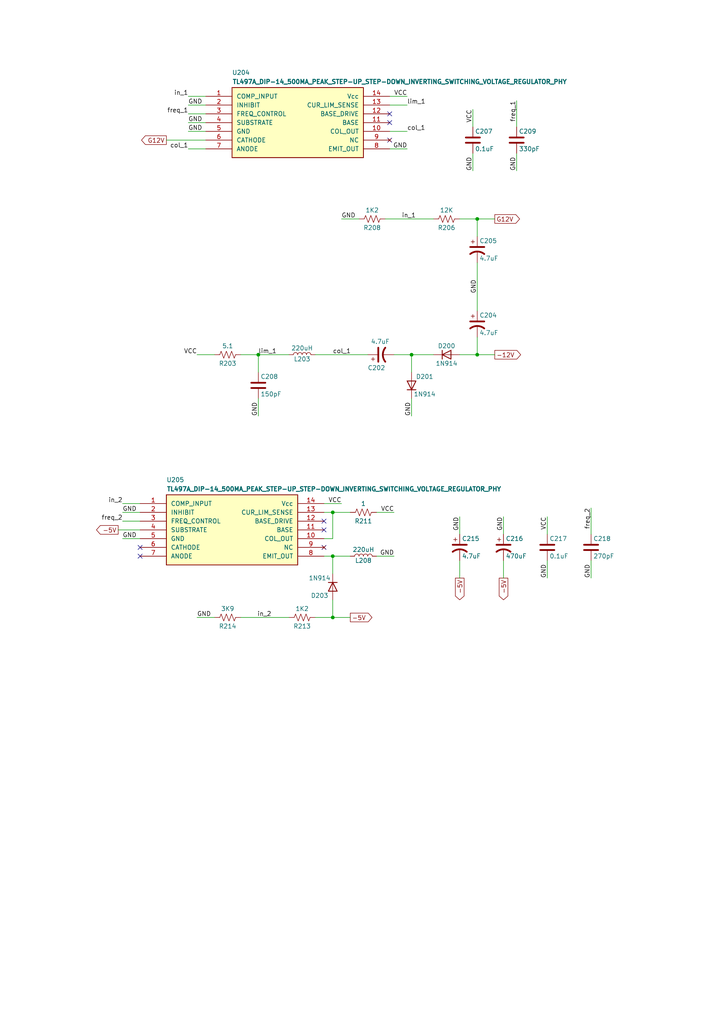
<source format=kicad_sch>
(kicad_sch (version 20230121) (generator eeschema)
  (paper "A4" portrait)
  (title_block (title "Converted schematics of Atari STE") (date "2021-08-31") (rev "1.0.0") (comment 1 "Reference : C300780-001"))
  (lib_symbols
    (symbol "Device:C" (pin_numbers hide) (pin_names (offset 0.254))
      (property "Reference" "C" (at 0.635 2.54 0))
      (property "Value" "C" (at 0.635 -2.54 0))
      (symbol "C_0_1"
        (polyline (pts (xy -2.032 -0.762) (xy 2.032 -0.762)) (stroke (width 0.508)))
        (polyline (pts (xy -2.032 0.762) (xy 2.032 0.762)) (stroke (width 0.508)))
      )
      (symbol "C_1_1"
        (pin passive line (at 0 3.81 270) (length 2.794) (name "~") (number "1"))
        (pin passive line (at 0 -3.81 90) (length 2.794) (name "~") (number "2"))
      )
    )
    (symbol "Device:CP1" (pin_numbers hide) (pin_names (offset 0.254) hide)
      (property "Reference" "C" (at 0.635 2.54 0))
      (property "Value" "Device_CP1" (at 0.635 -2.54 0))
      (symbol "CP1_0_1"
        (polyline (pts (xy -2.032 0.762) (xy 2.032 0.762)) (stroke (width 0.508)))
        (polyline (pts (xy -1.778 2.286) (xy -0.762 2.286)))
        (polyline (pts (xy -1.27 1.778) (xy -1.27 2.794)))
        (arc (start 2.032 -1.27) (mid 0 -0.5572) (end -2.032 -1.27) (stroke (width 0.508)))
      )
      (symbol "CP1_1_1"
        (pin passive line (at 0 3.81 270) (length 2.794) (name "~") (number "1"))
        (pin passive line (at 0 -3.81 90) (length 3.302) (name "~") (number "2"))
      )
    )
    (symbol "Device:D" (pin_numbers hide) (pin_names (offset 1.016) hide)
      (property "Reference" "D" (at 0 2.54 0))
      (property "Value" "D" (at 0 -2.54 0))
      (symbol "D_0_1"
        (polyline (pts (xy -1.27 1.27) (xy -1.27 -1.27)) (stroke (width 0.254)))
        (polyline (pts (xy 1.27 0) (xy -1.27 0)))
        (polyline (pts (xy 1.27 1.27) (xy 1.27 -1.27) (xy -1.27 0) (xy 1.27 1.27)) (stroke (width 0.254)))
      )
      (symbol "D_1_1"
        (pin passive line (at -3.81 0 0) (length 2.54) (name "K") (number "1"))
        (pin passive line (at 3.81 0 180) (length 2.54) (name "A") (number "2"))
      )
    )
    (symbol "Device:L" (pin_numbers hide) (pin_names (offset 1.016) hide)
      (property "Reference" "L" (at -1.27 0 90))
      (property "Value" "L" (at 1.905 0 90))
      (symbol "L_0_1"
        (arc (start 0 -2.54) (mid 0.6323 -1.905) (end 0 -1.27))
        (arc (start 0 -1.27) (mid 0.6323 -0.635) (end 0 0))
        (arc (start 0 0) (mid 0.6323 0.635) (end 0 1.27))
        (arc (start 0 1.27) (mid 0.6323 1.905) (end 0 2.54))
      )
      (symbol "L_1_1"
        (pin passive line (at 0 3.81 270) (length 1.27) (name "1") (number "1"))
        (pin passive line (at 0 -3.81 90) (length 1.27) (name "2") (number "2"))
      )
    )
    (symbol "Device:R_US" (pin_numbers hide) (pin_names (offset 0))
      (property "Reference" "R" (at 2.54 0 90))
      (property "Value" "R_US" (at -2.54 0 90))
      (symbol "R_US_0_1"
        (polyline (pts (xy 0 -2.286) (xy 0 -2.54)))
        (polyline (pts (xy 0 2.286) (xy 0 2.54)))
        (polyline (pts (xy 0 -0.762) (xy 1.016 -1.143) (xy 0 -1.524) (xy -1.016 -1.905) (xy 0 -2.286)))
        (polyline (pts (xy 0 0.762) (xy 1.016 0.381) (xy 0 0) (xy -1.016 -0.381) (xy 0 -0.762)))
        (polyline (pts (xy 0 2.286) (xy 1.016 1.905) (xy 0 1.524) (xy -1.016 1.143) (xy 0 0.762)))
      )
      (symbol "R_US_1_1"
        (pin passive line (at 0 3.81 270) (length 1.27) (name "~") (number "1"))
        (pin passive line (at 0 -3.81 90) (length 1.27) (name "~") (number "2"))
      )
    )
    (symbol "tl497a:TL497A_DIP-14_500MA_PEAK_STEP-UP_STEP-DOWN_INVERTING_SWITCHING_VOLTAGE_REGULATOR_PHY" (pin_names (offset 1.27))
      (property "Reference" "U" (at -19.05 15.24 0))
      (property "Value" "TL497A_DIP-14_500MA_PEAK_STEP-UP_STEP-DOWN_INVERTING_SWITCHING_VOLTAGE_REGULATOR_PHY" (at -19.05 12.7 0))
      (symbol "TL497A_DIP-14_500MA_PEAK_STEP-UP_STEP-DOWN_INVERTING_SWITCHING_VOLTAGE_REGULATOR_PHY_0_0"
        (rectangle (start -19.05 10.16) (end 19.05 -10.16) (stroke (width 0.254)) (fill (type background)))
        (pin input line (at -26.67 7.62 0) (length 7.62) (name "COMP_INPUT") (number "1"))
        (pin output line (at 26.67 -2.54 180) (length 7.62) (name "COL_OUT") (number "10"))
        (pin input line (at 26.67 0 180) (length 7.62) (name "BASE") (number "11"))
        (pin input line (at 26.67 2.54 180) (length 7.62) (name "BASE_DRIVE") (number "12"))
        (pin input line (at 26.67 5.08 180) (length 7.62) (name "CUR_LIM_SENSE") (number "13"))
        (pin power_in line (at 26.67 7.62 180) (length 7.62) (name "Vcc") (number "14"))
        (pin input line (at -26.67 5.08 0) (length 7.62) (name "INHIBIT") (number "2"))
        (pin input line (at -26.67 2.54 0) (length 7.62) (name "FREQ_CONTROL") (number "3"))
        (pin input line (at -26.67 0 0) (length 7.62) (name "SUBSTRATE") (number "4"))
        (pin power_in line (at -26.67 -2.54 0) (length 7.62) (name "GND") (number "5"))
        (pin output line (at -26.67 -5.08 0) (length 7.62) (name "CATHODE") (number "6"))
        (pin input line (at -26.67 -7.62 0) (length 7.62) (name "ANODE") (number "7"))
        (pin passive line (at 26.67 -7.62 180) (length 7.62) (name "EMIT_OUT") (number "8"))
        (pin no_connect line (at 26.67 -5.08 180) (length 7.62) (name "NC") (number "9"))
      )
    )
  )
  (junction (at 138.43 63.5))
  (junction (at 138.43 102.87))
  (junction (at 119.38 102.87))
  (junction (at 96.52 148.59))
  (junction (at 96.52 161.29))
  (junction (at 96.52 179.07))
  (junction (at 74.93 102.87))
  (no_connect (at 40.64 158.75))
  (no_connect (at 93.98 158.75))
  (no_connect (at 113.03 33.02))
  (no_connect (at 93.98 153.67))
  (no_connect (at 40.64 161.29))
  (no_connect (at 93.98 151.13))
  (no_connect (at 113.03 35.56))
  (no_connect (at 113.03 40.64))
  (wire (pts (xy 54.61 38.1) (xy 59.69 38.1)))
  (wire (pts (xy 138.43 76.2) (xy 138.43 90.17)))
  (wire (pts (xy 35.56 151.13) (xy 40.64 151.13)))
  (wire (pts (xy 69.85 179.07) (xy 83.82 179.07)))
  (wire (pts (xy 93.98 156.21) (xy 96.52 156.21)))
  (wire (pts (xy 35.56 146.05) (xy 40.64 146.05)))
  (wire (pts (xy 111.76 63.5) (xy 125.73 63.5)))
  (wire (pts (xy 109.22 161.29) (xy 114.3 161.29)))
  (wire (pts (xy 48.26 40.64) (xy 59.69 40.64)))
  (wire (pts (xy 133.35 154.94) (xy 133.35 149.86)))
  (wire (pts (xy 57.15 179.07) (xy 62.23 179.07)))
  (wire (pts (xy 69.85 102.87) (xy 74.93 102.87)))
  (wire (pts (xy 54.61 43.18) (xy 59.69 43.18)))
  (wire (pts (xy 133.35 162.56) (xy 133.35 167.64)))
  (wire (pts (xy 113.03 43.18) (xy 118.11 43.18)))
  (wire (pts (xy 54.61 30.48) (xy 59.69 30.48)))
  (wire (pts (xy 138.43 63.5) (xy 138.43 68.58)))
  (wire (pts (xy 54.61 27.94) (xy 59.69 27.94)))
  (wire (pts (xy 113.03 30.48) (xy 118.11 30.48)))
  (wire (pts (xy 143.51 63.5) (xy 138.43 63.5)))
  (wire (pts (xy 54.61 35.56) (xy 59.69 35.56)))
  (wire (pts (xy 34.29 153.67) (xy 40.64 153.67)))
  (wire (pts (xy 96.52 156.21) (xy 96.52 148.59)))
  (wire (pts (xy 57.15 102.87) (xy 62.23 102.87)))
  (wire (pts (xy 74.93 102.87) (xy 83.82 102.87)))
  (wire (pts (xy 35.56 148.59) (xy 40.64 148.59)))
  (wire (pts (xy 149.86 29.21) (xy 149.86 36.83)))
  (wire (pts (xy 158.75 162.56) (xy 158.75 167.64)))
  (wire (pts (xy 96.52 161.29) (xy 96.52 166.37)))
  (wire (pts (xy 109.22 148.59) (xy 114.3 148.59)))
  (wire (pts (xy 114.3 102.87) (xy 119.38 102.87)))
  (wire (pts (xy 74.93 107.95) (xy 74.93 102.87)))
  (wire (pts (xy 137.16 31.75) (xy 137.16 36.83)))
  (wire (pts (xy 119.38 102.87) (xy 125.73 102.87)))
  (wire (pts (xy 113.03 27.94) (xy 118.11 27.94)))
  (wire (pts (xy 54.61 33.02) (xy 59.69 33.02)))
  (wire (pts (xy 149.86 44.45) (xy 149.86 49.53)))
  (wire (pts (xy 91.44 102.87) (xy 106.68 102.87)))
  (wire (pts (xy 133.35 102.87) (xy 138.43 102.87)))
  (wire (pts (xy 158.75 149.86) (xy 158.75 154.94)))
  (wire (pts (xy 119.38 107.95) (xy 119.38 102.87)))
  (wire (pts (xy 137.16 44.45) (xy 137.16 49.53)))
  (wire (pts (xy 133.35 63.5) (xy 138.43 63.5)))
  (wire (pts (xy 119.38 115.57) (xy 119.38 120.65)))
  (wire (pts (xy 96.52 179.07) (xy 96.52 173.99)))
  (wire (pts (xy 138.43 102.87) (xy 143.51 102.87)))
  (wire (pts (xy 113.03 38.1) (xy 118.11 38.1)))
  (wire (pts (xy 93.98 146.05) (xy 99.06 146.05)))
  (wire (pts (xy 146.05 162.56) (xy 146.05 167.64)))
  (wire (pts (xy 74.93 120.65) (xy 74.93 115.57)))
  (wire (pts (xy 99.06 63.5) (xy 104.14 63.5)))
  (wire (pts (xy 146.05 154.94) (xy 146.05 149.86)))
  (wire (pts (xy 93.98 148.59) (xy 96.52 148.59)))
  (wire (pts (xy 96.52 179.07) (xy 101.6 179.07)))
  (wire (pts (xy 138.43 97.79) (xy 138.43 102.87)))
  (wire (pts (xy 96.52 161.29) (xy 101.6 161.29)))
  (wire (pts (xy 35.56 156.21) (xy 40.64 156.21)))
  (wire (pts (xy 171.45 147.32) (xy 171.45 154.94)))
  (wire (pts (xy 91.44 179.07) (xy 96.52 179.07)))
  (wire (pts (xy 171.45 162.56) (xy 171.45 167.64)))
  (wire (pts (xy 93.98 161.29) (xy 96.52 161.29)))
  (wire (pts (xy 96.52 148.59) (xy 101.6 148.59)))
  (label "GND" (at 57.15 179.07 0))
  (label "GND" (at 99.06 63.5 0))
  (label "freq_1" (at 54.61 33.02 180))
  (label "GND" (at 54.61 30.48 0))
  (label "GND" (at 119.38 120.65 90))
  (label "GND" (at 171.45 167.64 90))
  (label "GND" (at 138.43 85.09 90))
  (label "GND" (at 137.16 49.53 90))
  (label "VCC" (at 57.15 102.87 180))
  (label "GND" (at 149.86 49.53 90))
  (label "GND" (at 114.3 161.29 180))
  (label "col_1" (at 54.61 43.18 180))
  (label "lim_1" (at 74.93 102.87 0))
  (label "freq_2" (at 171.45 147.32 270))
  (label "GND" (at 54.61 35.56 0))
  (label "in_1" (at 54.61 27.94 180))
  (label "in_2" (at 78.74 179.07 180))
  (label "GND" (at 146.05 149.86 270))
  (label "GND" (at 133.35 149.86 270))
  (label "VCC" (at 137.16 31.75 270))
  (label "lim_1" (at 118.11 30.48 0))
  (label "col_1" (at 118.11 38.1 0))
  (label "GND" (at 35.56 156.21 0))
  (label "freq_2" (at 35.56 151.13 180))
  (label "GND" (at 35.56 148.59 0))
  (label "VCC" (at 158.75 149.86 270))
  (label "col_1" (at 96.52 102.87 0))
  (label "in_1" (at 120.65 63.5 180))
  (label "GND" (at 118.11 43.18 180))
  (label "in_2" (at 35.56 146.05 180))
  (label "VCC" (at 118.11 27.94 180))
  (label "GND" (at 54.61 38.1 0))
  (label "GND" (at 158.75 167.64 90))
  (label "VCC" (at 99.06 146.05 180))
  (label "GND" (at 74.93 120.65 90))
  (label "freq_1" (at 149.86 29.21 270))
  (label "VCC" (at 114.3 148.59 180))
  (global_label "-5V" (shape output) (at 133.35 167.64 270) (property "Intersheetrefs" "${INTERSHEET_REFS}" (effects hide)))
  (global_label "-12V" (shape output) (at 143.51 102.87 0) (property "Intersheetrefs" "${INTERSHEET_REFS}" (effects hide)))
  (global_label "-5V" (shape output) (at 146.05 167.64 270) (property "Intersheetrefs" "${INTERSHEET_REFS}" (effects hide)))
  (global_label "-5V" (shape output) (at 101.6 179.07 0) (property "Intersheetrefs" "${INTERSHEET_REFS}" (effects hide)))
  (global_label "G12V" (shape output) (at 48.26 40.64 180) (property "Intersheetrefs" "${INTERSHEET_REFS}" (effects hide)))
  (global_label "G12V" (shape output) (at 143.51 63.5 0) (property "Intersheetrefs" "${INTERSHEET_REFS}" (effects hide)))
  (global_label "-5V" (shape output) (at 34.29 153.67 180) (property "Intersheetrefs" "${INTERSHEET_REFS}" (effects hide)))
  (symbol (lib_id "Device:C") (at 137.16 40.64 0) (unit 1)
    (property "Reference" "C207" (at 137.795 38.1 0) (effects (justify left)))
    (property "Value" "0.1uF" (at 137.795 43.18 0) (effects (justify left)))
    (property "Footprint" "commons_passives_THT:Passive_THT_capacitor_mlcc_W2.54mm_L7.62mm" (effects hide))
  )
  (symbol (lib_id "tl497a:TL497A_DIP-14_500MA_PEAK_STEP-UP_STEP-DOWN_INVERTING_SWITCHING_VOLTAGE_REGULATOR_PHY") (at 86.36 35.56 0) (unit 1)
    (property "Reference" "U204" (at 67.31 20.32 0) (effects (justify left top)))
    (property "Value" "TL497A_DIP-14_500MA_PEAK_STEP-UP_STEP-DOWN_INVERTING_SWITCHING_VOLTAGE_REGULATOR_PHY" (at 67.31 22.86 0) (effects (font bold) (justify left top)))
    (property "Footprint" "Package_DIP:DIP-14_W7.62mm_LongPads" (effects hide))
    (property "Datasheet" "https://www.ti.com/lit/ds/symlink/tl497a.pdf" (effects hide))
  )
  (symbol (lib_id "tl497a:TL497A_DIP-14_500MA_PEAK_STEP-UP_STEP-DOWN_INVERTING_SWITCHING_VOLTAGE_REGULATOR_PHY") (at 67.31 153.67 0) (unit 1)
    (property "Reference" "U205" (at 48.26 138.43 0) (effects (justify left top)))
    (property "Value" "TL497A_DIP-14_500MA_PEAK_STEP-UP_STEP-DOWN_INVERTING_SWITCHING_VOLTAGE_REGULATOR_PHY" (at 48.26 140.97 0) (effects (font bold) (justify left top)))
    (property "Footprint" "Package_DIP:DIP-14_W7.62mm_LongPads" (effects hide))
    (property "Datasheet" "https://www.ti.com/lit/ds/symlink/tl497a.pdf" (effects hide))
  )
  (symbol (lib_id "Device:L") (at 87.63 102.87 90) (unit 1)
    (property "Reference" "L203" (at 87.63 104.14 90))
    (property "Value" "220uH" (at 87.63 100.965 90))
    (property "Footprint" "commons_passives_THT:Passive_THT_inductor_W5.08mm_L15.24mm" (effects hide))
  )
  (symbol (lib_id "Device:R_US") (at 129.54 63.5 270) (unit 1)
    (property "Reference" "R206" (at 129.54 66.04 90))
    (property "Value" "12K" (at 129.54 60.96 90))
    (property "Footprint" "commons_passives_THT:Passive_THT_resistor_W2.54mm_L12.70mm" (effects hide))
  )
  (symbol (lib_id "Device:R_US") (at 66.04 102.87 270) (unit 1)
    (property "Reference" "R203" (at 66.04 105.41 90))
    (property "Value" "5.1" (at 66.04 100.33 90))
    (property "Footprint" "commons_passives_THT:Passive_THT_resistor_W2.54mm_L12.70mm" (effects hide))
  )
  (symbol (lib_id "Device:C") (at 74.93 111.76 0) (unit 1)
    (property "Reference" "C208" (at 75.565 109.22 0) (effects (justify left)))
    (property "Value" "150pF" (at 75.565 114.3 0) (effects (justify left)))
    (property "Footprint" "commons_passives_THT:Passive_THT_capacitor_W2.54mm_L10.16mm" (effects hide))
  )
  (symbol (lib_id "Device:C") (at 149.86 40.64 0) (unit 1)
    (property "Reference" "C209" (at 150.495 38.1 0) (effects (justify left)))
    (property "Value" "330pF" (at 150.495 43.18 0) (effects (justify left)))
    (property "Footprint" "commons_passives_THT:Passive_THT_capacitor_W2.54mm_L10.16mm" (effects hide))
  )
  (symbol (lib_id "Device:CP1") (at 110.49 102.87 90) (unit 1)
    (property "Reference" "C202" (at 111.76 106.68 90) (effects (justify left)))
    (property "Value" "4.7uF" (at 113.03 99.06 90) (effects (justify left)))
    (property "Footprint" "commons_passives_THT:Passive_THT_capacitor_polarized_W5.08mm_L17.78mm" (effects hide))
  )
  (symbol (lib_id "Device:D") (at 129.54 102.87 0) (unit 1)
    (property "Reference" "D200" (at 129.54 100.33 0))
    (property "Value" "1N914" (at 129.54 105.41 0))
    (property "Footprint" "commons_passives_THT:Passive_THT_diode_W2.54mm_L12.70mm" (effects hide))
  )
  (symbol (lib_id "Device:D") (at 119.38 111.76 90) (unit 1)
    (property "Reference" "D201" (at 123.19 109.22 90))
    (property "Value" "1N914" (at 123.19 114.3 90))
    (property "Footprint" "commons_passives_THT:Passive_THT_diode_W2.54mm_L12.70mm" (effects hide))
  )
  (symbol (lib_id "Device:CP1") (at 138.43 93.98 0) (unit 1)
    (property "Reference" "C204" (at 139.065 91.44 0) (effects (justify left)))
    (property "Value" "4.7uF" (at 139.065 96.52 0) (effects (justify left)))
    (property "Footprint" "commons_passives_THT:Passive_THT_capacitor_polarized_W5.08mm_L17.78mm" (effects hide))
  )
  (symbol (lib_id "Device:CP1") (at 138.43 72.39 0) (unit 1)
    (property "Reference" "C205" (at 139.065 69.85 0) (effects (justify left)))
    (property "Value" "4.7uF" (at 139.065 74.93 0) (effects (justify left)))
    (property "Footprint" "commons_passives_THT:Passive_THT_capacitor_polarized_W5.08mm_L17.78mm" (effects hide))
  )
  (symbol (lib_id "Device:R_US") (at 107.95 63.5 270) (unit 1)
    (property "Reference" "R208" (at 107.95 66.04 90))
    (property "Value" "1K2" (at 107.95 60.96 90))
    (property "Footprint" "commons_passives_THT:Passive_THT_resistor_W2.54mm_L12.70mm" (effects hide))
  )
  (symbol (lib_id "Device:C") (at 158.75 158.75 0) (unit 1)
    (property "Reference" "C217" (at 159.385 156.21 0) (effects (justify left)))
    (property "Value" "0.1uF" (at 159.385 161.29 0) (effects (justify left)))
    (property "Footprint" "commons_passives_THT:Passive_THT_capacitor_mlcc_W2.54mm_L7.62mm" (effects hide))
  )
  (symbol (lib_id "Device:C") (at 171.45 158.75 0) (unit 1)
    (property "Reference" "C218" (at 172.085 156.21 0) (effects (justify left)))
    (property "Value" "270pF" (at 172.085 161.29 0) (effects (justify left)))
    (property "Footprint" "commons_passives_THT:Passive_THT_capacitor_W2.54mm_L10.16mm" (effects hide))
  )
  (symbol (lib_id "Device:R_US") (at 66.04 179.07 270) (unit 1)
    (property "Reference" "R214" (at 66.04 181.61 90))
    (property "Value" "3K9" (at 66.04 176.53 90))
    (property "Footprint" "commons_passives_THT:Passive_THT_resistor_W2.54mm_L12.70mm" (effects hide))
  )
  (symbol (lib_id "Device:CP1") (at 133.35 158.75 0) (unit 1)
    (property "Reference" "C215" (at 133.985 156.21 0) (effects (justify left)))
    (property "Value" "4.7uF" (at 133.985 161.29 0) (effects (justify left)))
    (property "Footprint" "commons_passives_THT:Passive_THT_capacitor_polarized_W5.08mm_L17.78mm" (effects hide))
  )
  (symbol (lib_id "Device:R_US") (at 87.63 179.07 270) (unit 1)
    (property "Reference" "R213" (at 87.63 181.61 90))
    (property "Value" "1K2" (at 87.63 176.53 90))
    (property "Footprint" "commons_passives_THT:Passive_THT_resistor_W2.54mm_L12.70mm" (effects hide))
  )
  (symbol (lib_id "Device:CP1") (at 146.05 158.75 0) (unit 1)
    (property "Reference" "C216" (at 146.685 156.21 0) (effects (justify left)))
    (property "Value" "470uF" (at 146.685 161.29 0) (effects (justify left)))
    (property "Footprint" "commons_passives_THT:Passive_THT_capacitor_polarized_W10.16mm_L27.94mm" (effects hide))
  )
  (symbol (lib_id "Device:R_US") (at 105.41 148.59 270) (unit 1)
    (property "Reference" "R211" (at 105.41 151.13 90))
    (property "Value" "1" (at 105.41 146.05 90))
    (property "Footprint" "commons_passives_THT:Passive_THT_resistor_W2.54mm_L12.70mm" (effects hide))
  )
  (symbol (lib_id "Device:L") (at 105.41 161.29 90) (unit 1)
    (property "Reference" "L208" (at 105.41 162.56 90))
    (property "Value" "220uH" (at 105.41 159.385 90))
    (property "Footprint" "commons_passives_THT:Passive_THT_inductor_W5.08mm_L15.24mm" (effects hide))
  )
  (symbol (lib_id "Device:D") (at 96.52 170.18 270) (unit 1)
    (property "Reference" "D203" (at 92.71 172.72 90))
    (property "Value" "1N914" (at 92.71 167.64 90))
    (property "Footprint" "commons_passives_THT:Passive_THT_diode_W2.54mm_L12.70mm" (effects hide))
  )
)
</source>
